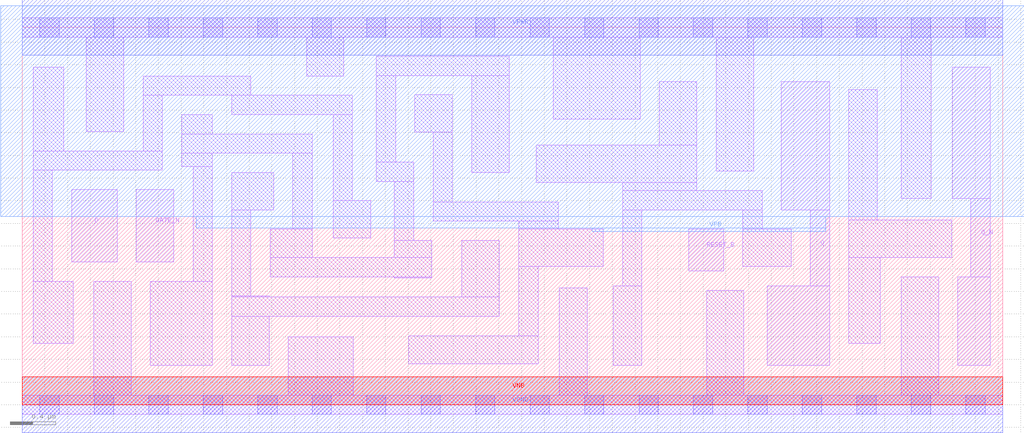
<source format=lef>
# Copyright 2020 The SkyWater PDK Authors
#
# Licensed under the Apache License, Version 2.0 (the "License");
# you may not use this file except in compliance with the License.
# You may obtain a copy of the License at
#
#     https://www.apache.org/licenses/LICENSE-2.0
#
# Unless required by applicable law or agreed to in writing, software
# distributed under the License is distributed on an "AS IS" BASIS,
# WITHOUT WARRANTIES OR CONDITIONS OF ANY KIND, either express or implied.
# See the License for the specific language governing permissions and
# limitations under the License.
#
# SPDX-License-Identifier: Apache-2.0

VERSION 5.7 ;
  NOWIREEXTENSIONATPIN ON ;
  DIVIDERCHAR "/" ;
  BUSBITCHARS "[]" ;
MACRO sky130_fd_sc_ms__dlrbn_1
  CLASS CORE ;
  FOREIGN sky130_fd_sc_ms__dlrbn_1 ;
  ORIGIN  0.000000  0.000000 ;
  SIZE  8.640000 BY  3.330000 ;
  SYMMETRY X Y ;
  SITE unit ;
  PIN D
    ANTENNAGATEAREA  0.233700 ;
    DIRECTION INPUT ;
    USE SIGNAL ;
    PORT
      LAYER li1 ;
        RECT 0.435000 1.260000 0.835000 1.900000 ;
    END
  END D
  PIN Q
    ANTENNADIFFAREA  0.518900 ;
    DIRECTION OUTPUT ;
    USE SIGNAL ;
    PORT
      LAYER li1 ;
        RECT 6.565000 0.350000 7.115000 1.050000 ;
        RECT 6.690000 1.720000 7.115000 2.850000 ;
        RECT 6.945000 1.050000 7.115000 1.720000 ;
    END
  END Q
  PIN Q_N
    ANTENNADIFFAREA  0.524500 ;
    DIRECTION OUTPUT ;
    USE SIGNAL ;
    PORT
      LAYER li1 ;
        RECT 8.195000 1.820000 8.530000 2.980000 ;
        RECT 8.245000 0.350000 8.530000 1.130000 ;
        RECT 8.360000 1.130000 8.530000 1.820000 ;
    END
  END Q_N
  PIN RESET_B
    ANTENNAGATEAREA  0.312600 ;
    DIRECTION INPUT ;
    USE SIGNAL ;
    PORT
      LAYER li1 ;
        RECT 5.875000 1.180000 6.180000 1.550000 ;
    END
  END RESET_B
  PIN GATE_N
    ANTENNAGATEAREA  0.262200 ;
    DIRECTION INPUT ;
    USE CLOCK ;
    PORT
      LAYER li1 ;
        RECT 1.005000 1.260000 1.335000 1.900000 ;
    END
  END GATE_N
  PIN VGND
    DIRECTION INOUT ;
    USE GROUND ;
    PORT
      LAYER met1 ;
        RECT 0.000000 -0.245000 8.640000 0.245000 ;
    END
  END VGND
  PIN VNB
    DIRECTION INOUT ;
    USE GROUND ;
    PORT
      LAYER pwell ;
        RECT 0.000000 0.000000 8.640000 0.245000 ;
    END
  END VNB
  PIN VPB
    DIRECTION INOUT ;
    USE POWER ;
    PORT
      LAYER nwell ;
        RECT -0.190000 1.660000 8.830000 3.520000 ;
        RECT  1.535000 1.560000 7.080000 1.660000 ;
        RECT  5.025000 1.530000 7.080000 1.560000 ;
    END
  END VPB
  PIN VPWR
    DIRECTION INOUT ;
    USE POWER ;
    PORT
      LAYER met1 ;
        RECT 0.000000 3.085000 8.640000 3.575000 ;
    END
  END VPWR
  OBS
    LAYER li1 ;
      RECT 0.000000 -0.085000 8.640000 0.085000 ;
      RECT 0.000000  3.245000 8.640000 3.415000 ;
      RECT 0.095000  0.540000 0.450000 1.090000 ;
      RECT 0.095000  1.090000 0.265000 2.070000 ;
      RECT 0.095000  2.070000 1.235000 2.240000 ;
      RECT 0.095000  2.240000 0.365000 2.980000 ;
      RECT 0.565000  2.410000 0.895000 3.245000 ;
      RECT 0.630000  0.085000 0.960000 1.090000 ;
      RECT 1.065000  2.240000 1.235000 2.730000 ;
      RECT 1.065000  2.730000 2.015000 2.900000 ;
      RECT 1.130000  0.350000 1.675000 1.090000 ;
      RECT 1.405000  2.100000 1.675000 2.220000 ;
      RECT 1.405000  2.220000 2.555000 2.390000 ;
      RECT 1.405000  2.390000 1.675000 2.560000 ;
      RECT 1.505000  1.090000 1.675000 2.100000 ;
      RECT 1.845000  0.350000 2.175000 0.780000 ;
      RECT 1.845000  0.780000 4.205000 0.950000 ;
      RECT 1.845000  0.950000 2.175000 0.960000 ;
      RECT 1.845000  0.960000 2.015000 1.720000 ;
      RECT 1.845000  1.720000 2.215000 2.050000 ;
      RECT 1.845000  2.560000 2.910000 2.730000 ;
      RECT 2.185000  1.130000 3.610000 1.300000 ;
      RECT 2.185000  1.300000 2.555000 1.550000 ;
      RECT 2.345000  0.085000 2.915000 0.600000 ;
      RECT 2.385000  1.550000 2.555000 2.220000 ;
      RECT 2.505000  2.900000 2.835000 3.245000 ;
      RECT 2.740000  1.470000 3.070000 1.800000 ;
      RECT 2.740000  1.800000 2.910000 2.560000 ;
      RECT 3.120000  1.970000 3.450000 2.140000 ;
      RECT 3.120000  2.140000 3.290000 2.905000 ;
      RECT 3.120000  2.905000 4.290000 3.075000 ;
      RECT 3.280000  1.120000 3.610000 1.130000 ;
      RECT 3.280000  1.300000 3.610000 1.450000 ;
      RECT 3.280000  1.450000 3.450000 1.970000 ;
      RECT 3.405000  0.360000 4.545000 0.610000 ;
      RECT 3.460000  2.405000 3.790000 2.735000 ;
      RECT 3.620000  1.620000 4.725000 1.790000 ;
      RECT 3.620000  1.790000 3.790000 2.405000 ;
      RECT 3.875000  0.950000 4.205000 1.450000 ;
      RECT 3.960000  2.050000 4.290000 2.905000 ;
      RECT 4.375000  0.610000 4.545000 1.220000 ;
      RECT 4.375000  1.220000 5.120000 1.550000 ;
      RECT 4.375000  1.550000 4.725000 1.620000 ;
      RECT 4.530000  1.960000 5.945000 2.290000 ;
      RECT 4.680000  2.520000 5.445000 3.245000 ;
      RECT 4.730000  0.085000 4.980000 1.030000 ;
      RECT 5.210000  0.350000 5.460000 1.050000 ;
      RECT 5.290000  1.050000 5.460000 1.720000 ;
      RECT 5.290000  1.720000 6.520000 1.890000 ;
      RECT 5.290000  1.890000 5.945000 1.960000 ;
      RECT 5.615000  2.290000 5.945000 2.850000 ;
      RECT 6.030000  0.085000 6.360000 1.010000 ;
      RECT 6.115000  2.060000 6.445000 3.245000 ;
      RECT 6.350000  1.220000 6.775000 1.550000 ;
      RECT 6.350000  1.550000 6.520000 1.720000 ;
      RECT 7.285000  0.540000 7.560000 1.300000 ;
      RECT 7.285000  1.300000 8.190000 1.630000 ;
      RECT 7.285000  1.630000 7.535000 2.780000 ;
      RECT 7.745000  0.085000 8.075000 1.130000 ;
      RECT 7.745000  1.820000 8.010000 3.245000 ;
    LAYER mcon ;
      RECT 0.155000 -0.085000 0.325000 0.085000 ;
      RECT 0.155000  3.245000 0.325000 3.415000 ;
      RECT 0.635000 -0.085000 0.805000 0.085000 ;
      RECT 0.635000  3.245000 0.805000 3.415000 ;
      RECT 1.115000 -0.085000 1.285000 0.085000 ;
      RECT 1.115000  3.245000 1.285000 3.415000 ;
      RECT 1.595000 -0.085000 1.765000 0.085000 ;
      RECT 1.595000  3.245000 1.765000 3.415000 ;
      RECT 2.075000 -0.085000 2.245000 0.085000 ;
      RECT 2.075000  3.245000 2.245000 3.415000 ;
      RECT 2.555000 -0.085000 2.725000 0.085000 ;
      RECT 2.555000  3.245000 2.725000 3.415000 ;
      RECT 3.035000 -0.085000 3.205000 0.085000 ;
      RECT 3.035000  3.245000 3.205000 3.415000 ;
      RECT 3.515000 -0.085000 3.685000 0.085000 ;
      RECT 3.515000  3.245000 3.685000 3.415000 ;
      RECT 3.995000 -0.085000 4.165000 0.085000 ;
      RECT 3.995000  3.245000 4.165000 3.415000 ;
      RECT 4.475000 -0.085000 4.645000 0.085000 ;
      RECT 4.475000  3.245000 4.645000 3.415000 ;
      RECT 4.955000 -0.085000 5.125000 0.085000 ;
      RECT 4.955000  3.245000 5.125000 3.415000 ;
      RECT 5.435000 -0.085000 5.605000 0.085000 ;
      RECT 5.435000  3.245000 5.605000 3.415000 ;
      RECT 5.915000 -0.085000 6.085000 0.085000 ;
      RECT 5.915000  3.245000 6.085000 3.415000 ;
      RECT 6.395000 -0.085000 6.565000 0.085000 ;
      RECT 6.395000  3.245000 6.565000 3.415000 ;
      RECT 6.875000 -0.085000 7.045000 0.085000 ;
      RECT 6.875000  3.245000 7.045000 3.415000 ;
      RECT 7.355000 -0.085000 7.525000 0.085000 ;
      RECT 7.355000  3.245000 7.525000 3.415000 ;
      RECT 7.835000 -0.085000 8.005000 0.085000 ;
      RECT 7.835000  3.245000 8.005000 3.415000 ;
      RECT 8.315000 -0.085000 8.485000 0.085000 ;
      RECT 8.315000  3.245000 8.485000 3.415000 ;
  END
END sky130_fd_sc_ms__dlrbn_1
END LIBRARY

</source>
